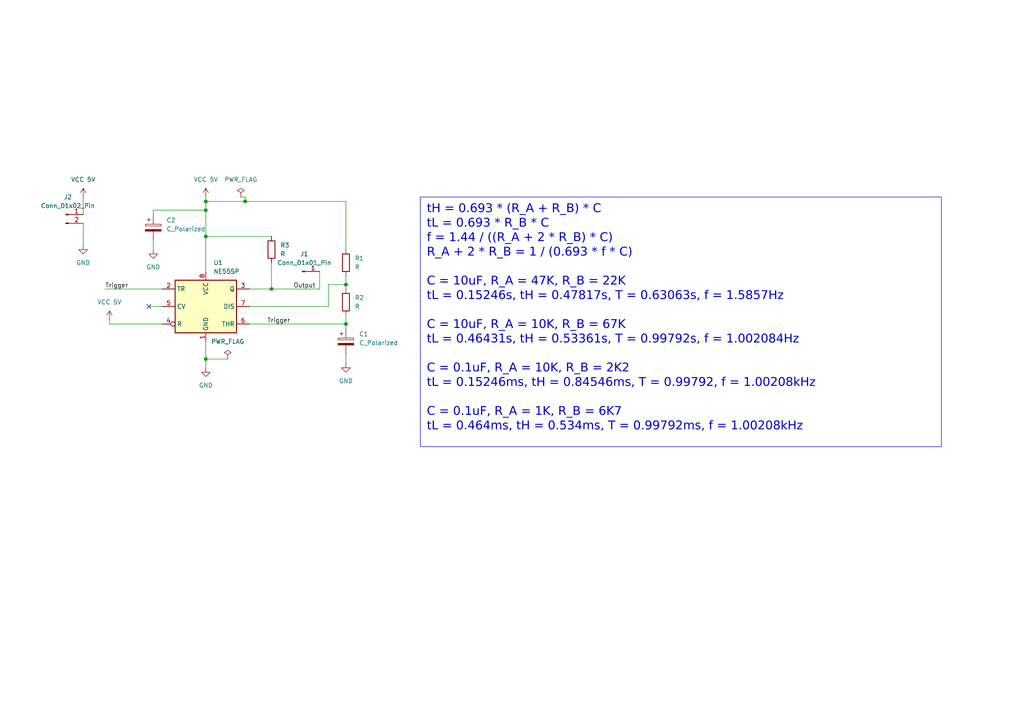
<source format=kicad_sch>
(kicad_sch (version 20231120) (generator "eeschema") (generator_version "8.0")
  (paper "A4")
  (lib_symbols
    (symbol "Connector:Conn_01x01_Pin" (pin_names (offset 1.016) hide)
      (property "Reference" "J" (at 0 2.54 0))
      (property "Value" "Conn_01x01_Pin" (at 0 -2.54 0))
      (symbol "Conn_01x01_Pin_1_1"
        (polyline (pts (xy 1.27 0) (xy 0.8636 0)) (stroke (width 0.1524)))
        (rectangle (start 0.8636 0.127) (end 0 -0.127) (stroke (width 0.1524)) (fill (type outline)))
        (pin passive line (at 5.08 0 180) (length 3.81) (name "Pin_1") (number "1"))
      )
    )
    (symbol "Connector:Conn_01x02_Pin" (pin_names (offset 1.016) hide)
      (property "Reference" "J" (at 0 2.54 0))
      (property "Value" "Conn_01x02_Pin" (at 0 -5.08 0))
      (symbol "Conn_01x02_Pin_1_1"
        (polyline (pts (xy 1.27 -2.54) (xy 0.8636 -2.54)) (stroke (width 0.1524)))
        (polyline (pts (xy 1.27 0) (xy 0.8636 0)) (stroke (width 0.1524)))
        (rectangle (start 0.8636 -2.413) (end 0 -2.667) (stroke (width 0.1524)) (fill (type outline)))
        (rectangle (start 0.8636 0.127) (end 0 -0.127) (stroke (width 0.1524)) (fill (type outline)))
        (pin passive line (at 5.08 0 180) (length 3.81) (name "Pin_1") (number "1"))
        (pin passive line (at 5.08 -2.54 180) (length 3.81) (name "Pin_2") (number "2"))
      )
    )
    (symbol "Device:C_Polarized" (pin_numbers hide) (pin_names (offset 0.254))
      (property "Reference" "C" (at 0.635 2.54 0))
      (property "Value" "C_Polarized" (at 0.635 -2.54 0))
      (symbol "C_Polarized_0_1"
        (rectangle (start -2.286 0.508) (end 2.286 1.016))
        (polyline (pts (xy -1.778 2.286) (xy -0.762 2.286)))
        (polyline (pts (xy -1.27 2.794) (xy -1.27 1.778)))
        (rectangle (start 2.286 -0.508) (end -2.286 -1.016) (fill (type outline)))
      )
      (symbol "C_Polarized_1_1"
        (pin passive line (at 0 3.81 270) (length 2.794) (name "~") (number "1"))
        (pin passive line (at 0 -3.81 90) (length 2.794) (name "~") (number "2"))
      )
    )
    (symbol "Device:R" (pin_numbers hide) (pin_names (offset 0))
      (property "Reference" "R" (at 2.032 0 90))
      (property "Value" "R" (at 0 0 90))
      (symbol "R_0_1"
        (rectangle (start -1.016 -2.54) (end 1.016 2.54) (stroke (width 0.254)))
      )
      (symbol "R_1_1"
        (pin passive line (at 0 3.81 270) (length 1.27) (name "~") (number "1"))
        (pin passive line (at 0 -3.81 90) (length 1.27) (name "~") (number "2"))
      )
    )
    (symbol "Timer:NE555P"
      (property "Reference" "U" (at -10.16 8.89 0))
      (property "Value" "NE555P" (at 2.54 8.89 0))
      (symbol "NE555P_0_0"
        (pin power_in line (at 0 -10.16 90) (length 2.54) (name "GND") (number "1"))
        (pin power_in line (at 0 10.16 270) (length 2.54) (name "VCC") (number "8"))
      )
      (symbol "NE555P_0_1"
        (rectangle (start -8.89 -7.62) (end 8.89 7.62) (stroke (width 0.254)) (fill (type background)))
        (rectangle (start -8.89 -7.62) (end 8.89 7.62) (stroke (width 0.254)) (fill (type background)))
      )
      (symbol "NE555P_1_1"
        (pin input line (at -12.7 5.08 0) (length 3.81) (name "TR") (number "2"))
        (pin output line (at 12.7 5.08 180) (length 3.81) (name "Q") (number "3"))
        (pin input inverted (at -12.7 -5.08 0) (length 3.81) (name "R") (number "4"))
        (pin input line (at -12.7 0 0) (length 3.81) (name "CV") (number "5"))
        (pin input line (at 12.7 -5.08 180) (length 3.81) (name "THR") (number "6"))
        (pin input line (at 12.7 0 180) (length 3.81) (name "DIS") (number "7"))
      )
    )
    (symbol "power:GND" (power) (pin_numbers hide) (pin_names (offset 0) hide)
      (property "Value" "GND" (at 0 -3.81 0))
      (symbol "GND_0_1"
        (polyline (pts (xy 0 0) (xy 0 -1.27) (xy 1.27 -1.27) (xy 0 -2.54) (xy -1.27 -1.27) (xy 0 -1.27)))
      )
      (symbol "GND_1_1"
        (pin power_in line (at 0 0 270) (length 0) (name "~") (number "1"))
      )
    )
    (symbol "power:PWR_FLAG" (power) (pin_numbers hide) (pin_names (offset 0) hide)
      (property "Value" "PWR_FLAG" (at 0 3.81 0))
      (symbol "PWR_FLAG_0_0"
        (pin power_out line (at 0 0 90) (length 0) (name "~") (number "1"))
      )
      (symbol "PWR_FLAG_0_1"
        (polyline (pts (xy 0 0) (xy 0 1.27) (xy -1.016 1.905) (xy 0 2.54) (xy 1.016 1.905) (xy 0 1.27)))
      )
    )
    (symbol "power:VCC" (power) (pin_numbers hide) (pin_names (offset 0) hide)
      (property "Value" "VCC" (at 0 3.556 0))
      (symbol "VCC_0_1"
        (polyline (pts (xy -0.762 1.27) (xy 0 2.54)))
        (polyline (pts (xy 0 0) (xy 0 2.54)))
        (polyline (pts (xy 0 2.54) (xy 0.762 1.27)))
      )
      (symbol "VCC_1_1"
        (pin power_in line (at 0 0 90) (length 0) (name "~") (number "1"))
      )
    )
  )
  (junction (at 59.69 60.96))
  (junction (at 78.74 83.82))
  (junction (at 59.69 58.42))
  (junction (at 71.12 58.42))
  (junction (at 100.33 82.55))
  (junction (at 59.69 104.14))
  (junction (at 100.33 93.98))
  (junction (at 59.69 68.58))
  (no_connect (at 43.18 88.9))
  (wire (pts (xy 100.33 91.44) (xy 100.33 93.98)))
  (wire (pts (xy 92.71 83.82) (xy 92.71 78.74)))
  (wire (pts (xy 100.33 82.55) (xy 100.33 83.82)))
  (wire (pts (xy 59.69 104.14) (xy 66.04 104.14)))
  (wire (pts (xy 71.12 58.42) (xy 100.33 58.42)))
  (wire (pts (xy 100.33 58.42) (xy 100.33 72.39)))
  (wire (pts (xy 43.18 88.9) (xy 46.99 88.9)))
  (wire (pts (xy 59.69 58.42) (xy 59.69 60.96)))
  (wire (pts (xy 95.25 88.9) (xy 95.25 82.55)))
  (wire (pts (xy 71.12 58.42) (xy 71.12 57.15)))
  (wire (pts (xy 30.48 83.82) (xy 46.99 83.82)))
  (wire (pts (xy 31.75 93.98) (xy 46.99 93.98)))
  (wire (pts (xy 59.69 60.96) (xy 59.69 68.58)))
  (wire (pts (xy 24.13 57.15) (xy 24.13 62.23)))
  (wire (pts (xy 59.69 104.14) (xy 59.69 106.68)))
  (wire (pts (xy 78.74 76.2) (xy 78.74 83.82)))
  (wire (pts (xy 59.69 68.58) (xy 78.74 68.58)))
  (wire (pts (xy 59.69 57.15) (xy 59.69 58.42)))
  (wire (pts (xy 24.13 64.77) (xy 24.13 71.12)))
  (wire (pts (xy 44.45 60.96) (xy 59.69 60.96)))
  (wire (pts (xy 44.45 60.96) (xy 44.45 62.23)))
  (wire (pts (xy 95.25 82.55) (xy 100.33 82.55)))
  (wire (pts (xy 71.12 57.15) (xy 69.85 57.15)))
  (wire (pts (xy 100.33 93.98) (xy 100.33 95.25)))
  (wire (pts (xy 100.33 80.01) (xy 100.33 82.55)))
  (wire (pts (xy 78.74 83.82) (xy 72.39 83.82)))
  (wire (pts (xy 59.69 68.58) (xy 59.69 78.74)))
  (wire (pts (xy 72.39 88.9) (xy 95.25 88.9)))
  (wire (pts (xy 59.69 58.42) (xy 71.12 58.42)))
  (wire (pts (xy 100.33 102.87) (xy 100.33 105.41)))
  (wire (pts (xy 78.74 83.82) (xy 92.71 83.82)))
  (wire (pts (xy 72.39 93.98) (xy 100.33 93.98)))
  (wire (pts (xy 59.69 99.06) (xy 59.69 104.14)))
  (wire (pts (xy 44.45 72.39) (xy 44.45 69.85)))
  (wire (pts (xy 31.75 92.71) (xy 31.75 93.98)))
  (text_box "tH = 0.693 * (R_A + R_B) * C\ntL = 0.693 * R_B * C\nf = 1.44 / ((R_A + 2 * R_B) * C)\nR_A + 2 * R_B = 1 / (0.693 * f * C)\n\nC = 10uF, R_A = 47K, R_B = 22K\ntL = 0.15246s, tH = 0.47817s, T = 0.63063s, f = 1.5857Hz\n\nC = 10uF, R_A = 10K, R_B = 67K\ntL = 0.46431s, tH = 0.53361s, T = 0.99792s, f = 1.002084Hz\n\nC = 0.1uF, R_A = 10K, R_B = 2K2\ntL = 0.15246ms, tH = 0.84546ms, T = 0.99792, f = 1.00208kHz\n\nC = 0.1uF, R_A = 1K, R_B = 6K7\ntL = 0.464ms, tH = 0.534ms, T = 0.99792ms, f = 1.00208kHz" (at 121.92 57.15 0) (size 151.13 72.39) (effects (font (size 2.5 2.5)) (justify left top)))
  (label "Trigger" (at 77.47 93.98 0))
  (label "Trigger" (at 30.48 83.82 0))
  (label "Output" (at 85.09 83.82 0))
  (symbol (lib_id "Connector:Conn_01x02_Pin") (at 19.05 62.23 0) (unit 1)
    (property "Reference" "J2" (at 19.685 57.15 0))
    (property "Value" "Conn_01x02_Pin" (at 19.685 59.69 0))
    (property "Footprint" "Connector_PinHeader_2.54mm:PinHeader_1x02_P2.54mm_Vertical" (effects (hide yes)))
    (property "Description" "Generic connector, single row, 01x02, script generated" (effects (hide yes)))
  )
  (symbol (lib_id "power:GND") (at 24.13 71.12 0) (unit 1)
    (property "Reference" "#PWR07" (effects (hide yes)))
    (property "Value" "GND" (at 24.13 76.2 0))
    (property "Description" "Power symbol creates a global label with name \"GND\" , ground" (effects (hide yes)))
  )
  (symbol (lib_id "Device:R") (at 100.33 87.63 0) (unit 1)
    (property "Reference" "R2" (at 102.87 86.3599 0) (effects (justify left)))
    (property "Value" "R" (at 102.87 88.8999 0) (effects (justify left)))
    (property "Footprint" "Resistor_SMD:R_0805_2012Metric" (effects (hide yes)))
    (property "Description" "Resistor" (effects (hide yes)))
  )
  (symbol (lib_id "Device:C_Polarized") (at 100.33 99.06 0) (unit 1)
    (property "Reference" "C1" (at 104.14 96.9009 0) (effects (justify left)))
    (property "Value" "C_Polarized" (at 104.14 99.4409 0) (effects (justify left)))
    (property "Footprint" "Capacitor_SMD:CP_Elec_4x5.4" (effects (hide yes)))
    (property "Description" "Polarized capacitor" (effects (hide yes)))
  )
  (symbol (lib_id "power:GND") (at 59.69 106.68 0) (unit 1)
    (property "Reference" "#PWR01" (effects (hide yes)))
    (property "Value" "GND" (at 59.69 111.76 0))
    (property "Description" "Power symbol creates a global label with name \"GND\" , ground" (effects (hide yes)))
  )
  (symbol (lib_id "Device:R") (at 100.33 76.2 0) (unit 1)
    (property "Reference" "R1" (at 102.87 74.9299 0) (effects (justify left)))
    (property "Value" "R" (at 102.87 77.4699 0) (effects (justify left)))
    (property "Footprint" "Resistor_SMD:R_0805_2012Metric" (effects (hide yes)))
    (property "Description" "Resistor" (effects (hide yes)))
  )
  (symbol (lib_id "power:PWR_FLAG") (at 69.85 57.15 0) (unit 1)
    (property "Reference" "#FLG01" (effects (hide yes)))
    (property "Value" "PWR_FLAG" (at 69.85 52.07 0))
    (property "Description" "Special symbol for telling ERC where power comes from" (effects (hide yes)))
  )
  (symbol (lib_id "power:GND") (at 44.45 72.39 0) (unit 1)
    (property "Reference" "#PWR04" (effects (hide yes)))
    (property "Value" "GND" (at 44.45 77.47 0))
    (property "Description" "Power symbol creates a global label with name \"GND\" , ground" (effects (hide yes)))
  )
  (symbol (lib_id "power:PWR_FLAG") (at 66.04 104.14 0) (unit 1)
    (property "Reference" "#FLG02" (effects (hide yes)))
    (property "Value" "PWR_FLAG" (at 66.04 99.06 0))
    (property "Description" "Special symbol for telling ERC where power comes from" (effects (hide yes)))
  )
  (symbol (lib_id "Device:C_Polarized") (at 44.45 66.04 0) (unit 1)
    (property "Reference" "C2" (at 48.26 63.8809 0) (effects (justify left)))
    (property "Value" "C_Polarized" (at 48.26 66.4209 0) (effects (justify left)))
    (property "Footprint" "Capacitor_SMD:CP_Elec_4x5.4" (effects (hide yes)))
    (property "Description" "Polarized capacitor" (effects (hide yes)))
  )
  (symbol (lib_id "power:VCC") (at 24.13 57.15 0) (unit 1)
    (property "Reference" "#PWR06" (effects (hide yes)))
    (property "Value" "VCC 5V" (at 24.13 52.07 0))
    (property "Description" "Power symbol creates a global label with name \"VCC\"" (effects (hide yes)))
  )
  (symbol (lib_id "power:VCC") (at 31.75 92.71 0) (unit 1)
    (property "Reference" "#PWR05" (effects (hide yes)))
    (property "Value" "VCC 5V" (at 31.75 87.63 0))
    (property "Description" "Power symbol creates a global label with name \"VCC\"" (effects (hide yes)))
  )
  (symbol (lib_id "Device:R") (at 78.74 72.39 0) (unit 1)
    (property "Reference" "R3" (at 81.28 71.1199 0) (effects (justify left)))
    (property "Value" "R" (at 81.28 73.6599 0) (effects (justify left)))
    (property "Footprint" "Resistor_SMD:R_0805_2012Metric" (effects (hide yes)))
    (property "Description" "Resistor" (effects (hide yes)))
  )
  (symbol (lib_id "power:VCC") (at 59.69 57.15 0) (unit 1)
    (property "Reference" "#PWR02" (effects (hide yes)))
    (property "Value" "VCC 5V" (at 59.69 52.07 0))
    (property "Description" "Power symbol creates a global label with name \"VCC\"" (effects (hide yes)))
  )
  (symbol (lib_id "Timer:NE555P") (at 59.69 88.9 0) (unit 1)
    (property "Reference" "U1" (at 61.8841 76.2 0) (effects (justify left)))
    (property "Value" "NE555P" (at 61.8841 78.74 0) (effects (justify left)))
    (property "Footprint" "Package_DIP:DIP-8_W7.62mm" (effects (hide yes)))
    (property "Datasheet" "http://www.ti.com/lit/ds/symlink/ne555.pdf" (effects (hide yes)))
    (property "Description" "Precision Timers, 555 compatible,  PDIP-8" (effects (hide yes)))
  )
  (symbol (lib_id "Connector:Conn_01x01_Pin") (at 87.63 78.74 0) (unit 1)
    (property "Reference" "J1" (at 88.265 73.66 0))
    (property "Value" "Conn_01x01_Pin" (at 88.265 76.2 0))
    (property "Footprint" "Connector_PinHeader_2.54mm:PinHeader_1x01_P2.54mm_Vertical" (effects (hide yes)))
    (property "Description" "Generic connector, single row, 01x01, script generated" (effects (hide yes)))
  )
  (symbol (lib_id "power:GND") (at 100.33 105.41 0) (unit 1)
    (property "Reference" "#PWR03" (effects (hide yes)))
    (property "Value" "GND" (at 100.33 110.49 0))
    (property "Description" "Power symbol creates a global label with name \"GND\" , ground" (effects (hide yes)))
  )
)
</source>
